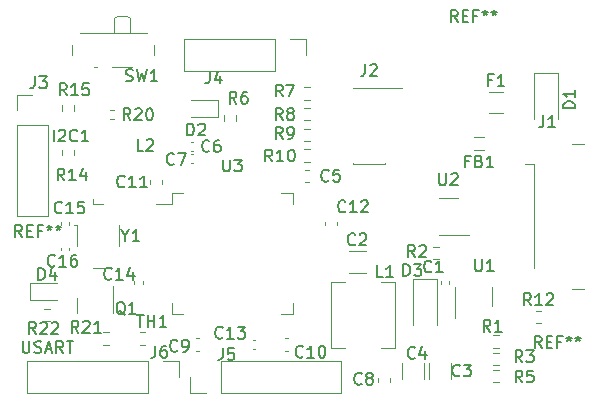
<source format=gbr>
%TF.GenerationSoftware,KiCad,Pcbnew,(6.0.6)*%
%TF.CreationDate,2022-08-05T13:26:10+02:00*%
%TF.ProjectId,stm32_basic,73746d33-325f-4626-9173-69632e6b6963,rev?*%
%TF.SameCoordinates,Original*%
%TF.FileFunction,Legend,Top*%
%TF.FilePolarity,Positive*%
%FSLAX46Y46*%
G04 Gerber Fmt 4.6, Leading zero omitted, Abs format (unit mm)*
G04 Created by KiCad (PCBNEW (6.0.6)) date 2022-08-05 13:26:10*
%MOMM*%
%LPD*%
G01*
G04 APERTURE LIST*
%ADD10C,0.150000*%
%ADD11C,0.120000*%
G04 APERTURE END LIST*
D10*
X133547619Y-96852380D02*
X133547619Y-95852380D01*
X133976190Y-95947619D02*
X134023809Y-95900000D01*
X134119047Y-95852380D01*
X134357142Y-95852380D01*
X134452380Y-95900000D01*
X134500000Y-95947619D01*
X134547619Y-96042857D01*
X134547619Y-96138095D01*
X134500000Y-96280952D01*
X133928571Y-96852380D01*
X134547619Y-96852380D01*
X135547619Y-96757142D02*
X135500000Y-96804761D01*
X135357142Y-96852380D01*
X135261904Y-96852380D01*
X135119047Y-96804761D01*
X135023809Y-96709523D01*
X134976190Y-96614285D01*
X134928571Y-96423809D01*
X134928571Y-96280952D01*
X134976190Y-96090476D01*
X135023809Y-95995238D01*
X135119047Y-95900000D01*
X135261904Y-95852380D01*
X135357142Y-95852380D01*
X135500000Y-95900000D01*
X135547619Y-95947619D01*
X136500000Y-96852380D02*
X135928571Y-96852380D01*
X136214285Y-96852380D02*
X136214285Y-95852380D01*
X136119047Y-95995238D01*
X136023809Y-96090476D01*
X135928571Y-96138095D01*
%TO.C,C9*%
X144033333Y-114557142D02*
X143985714Y-114604761D01*
X143842857Y-114652380D01*
X143747619Y-114652380D01*
X143604761Y-114604761D01*
X143509523Y-114509523D01*
X143461904Y-114414285D01*
X143414285Y-114223809D01*
X143414285Y-114080952D01*
X143461904Y-113890476D01*
X143509523Y-113795238D01*
X143604761Y-113700000D01*
X143747619Y-113652380D01*
X143842857Y-113652380D01*
X143985714Y-113700000D01*
X144033333Y-113747619D01*
X144509523Y-114652380D02*
X144700000Y-114652380D01*
X144795238Y-114604761D01*
X144842857Y-114557142D01*
X144938095Y-114414285D01*
X144985714Y-114223809D01*
X144985714Y-113842857D01*
X144938095Y-113747619D01*
X144890476Y-113700000D01*
X144795238Y-113652380D01*
X144604761Y-113652380D01*
X144509523Y-113700000D01*
X144461904Y-113747619D01*
X144414285Y-113842857D01*
X144414285Y-114080952D01*
X144461904Y-114176190D01*
X144509523Y-114223809D01*
X144604761Y-114271428D01*
X144795238Y-114271428D01*
X144890476Y-114223809D01*
X144938095Y-114176190D01*
X144985714Y-114080952D01*
%TO.C,J3*%
X131966666Y-91342380D02*
X131966666Y-92056666D01*
X131919047Y-92199523D01*
X131823809Y-92294761D01*
X131680952Y-92342380D01*
X131585714Y-92342380D01*
X132347619Y-91342380D02*
X132966666Y-91342380D01*
X132633333Y-91723333D01*
X132776190Y-91723333D01*
X132871428Y-91770952D01*
X132919047Y-91818571D01*
X132966666Y-91913809D01*
X132966666Y-92151904D01*
X132919047Y-92247142D01*
X132871428Y-92294761D01*
X132776190Y-92342380D01*
X132490476Y-92342380D01*
X132395238Y-92294761D01*
X132347619Y-92247142D01*
%TO.C,C13*%
X147857142Y-113457142D02*
X147809523Y-113504761D01*
X147666666Y-113552380D01*
X147571428Y-113552380D01*
X147428571Y-113504761D01*
X147333333Y-113409523D01*
X147285714Y-113314285D01*
X147238095Y-113123809D01*
X147238095Y-112980952D01*
X147285714Y-112790476D01*
X147333333Y-112695238D01*
X147428571Y-112600000D01*
X147571428Y-112552380D01*
X147666666Y-112552380D01*
X147809523Y-112600000D01*
X147857142Y-112647619D01*
X148809523Y-113552380D02*
X148238095Y-113552380D01*
X148523809Y-113552380D02*
X148523809Y-112552380D01*
X148428571Y-112695238D01*
X148333333Y-112790476D01*
X148238095Y-112838095D01*
X149142857Y-112552380D02*
X149761904Y-112552380D01*
X149428571Y-112933333D01*
X149571428Y-112933333D01*
X149666666Y-112980952D01*
X149714285Y-113028571D01*
X149761904Y-113123809D01*
X149761904Y-113361904D01*
X149714285Y-113457142D01*
X149666666Y-113504761D01*
X149571428Y-113552380D01*
X149285714Y-113552380D01*
X149190476Y-113504761D01*
X149142857Y-113457142D01*
%TO.C,J2*%
X159916666Y-90327380D02*
X159916666Y-91041666D01*
X159869047Y-91184523D01*
X159773809Y-91279761D01*
X159630952Y-91327380D01*
X159535714Y-91327380D01*
X160345238Y-90422619D02*
X160392857Y-90375000D01*
X160488095Y-90327380D01*
X160726190Y-90327380D01*
X160821428Y-90375000D01*
X160869047Y-90422619D01*
X160916666Y-90517857D01*
X160916666Y-90613095D01*
X160869047Y-90755952D01*
X160297619Y-91327380D01*
X160916666Y-91327380D01*
%TO.C,C7*%
X143733333Y-98757142D02*
X143685714Y-98804761D01*
X143542857Y-98852380D01*
X143447619Y-98852380D01*
X143304761Y-98804761D01*
X143209523Y-98709523D01*
X143161904Y-98614285D01*
X143114285Y-98423809D01*
X143114285Y-98280952D01*
X143161904Y-98090476D01*
X143209523Y-97995238D01*
X143304761Y-97900000D01*
X143447619Y-97852380D01*
X143542857Y-97852380D01*
X143685714Y-97900000D01*
X143733333Y-97947619D01*
X144066666Y-97852380D02*
X144733333Y-97852380D01*
X144304761Y-98852380D01*
%TO.C,J1*%
X175016666Y-94652380D02*
X175016666Y-95366666D01*
X174969047Y-95509523D01*
X174873809Y-95604761D01*
X174730952Y-95652380D01*
X174635714Y-95652380D01*
X176016666Y-95652380D02*
X175445238Y-95652380D01*
X175730952Y-95652380D02*
X175730952Y-94652380D01*
X175635714Y-94795238D01*
X175540476Y-94890476D01*
X175445238Y-94938095D01*
%TO.C,C11*%
X139557142Y-100657142D02*
X139509523Y-100704761D01*
X139366666Y-100752380D01*
X139271428Y-100752380D01*
X139128571Y-100704761D01*
X139033333Y-100609523D01*
X138985714Y-100514285D01*
X138938095Y-100323809D01*
X138938095Y-100180952D01*
X138985714Y-99990476D01*
X139033333Y-99895238D01*
X139128571Y-99800000D01*
X139271428Y-99752380D01*
X139366666Y-99752380D01*
X139509523Y-99800000D01*
X139557142Y-99847619D01*
X140509523Y-100752380D02*
X139938095Y-100752380D01*
X140223809Y-100752380D02*
X140223809Y-99752380D01*
X140128571Y-99895238D01*
X140033333Y-99990476D01*
X139938095Y-100038095D01*
X141461904Y-100752380D02*
X140890476Y-100752380D01*
X141176190Y-100752380D02*
X141176190Y-99752380D01*
X141080952Y-99895238D01*
X140985714Y-99990476D01*
X140890476Y-100038095D01*
%TO.C,C14*%
X138457142Y-108457142D02*
X138409523Y-108504761D01*
X138266666Y-108552380D01*
X138171428Y-108552380D01*
X138028571Y-108504761D01*
X137933333Y-108409523D01*
X137885714Y-108314285D01*
X137838095Y-108123809D01*
X137838095Y-107980952D01*
X137885714Y-107790476D01*
X137933333Y-107695238D01*
X138028571Y-107600000D01*
X138171428Y-107552380D01*
X138266666Y-107552380D01*
X138409523Y-107600000D01*
X138457142Y-107647619D01*
X139409523Y-108552380D02*
X138838095Y-108552380D01*
X139123809Y-108552380D02*
X139123809Y-107552380D01*
X139028571Y-107695238D01*
X138933333Y-107790476D01*
X138838095Y-107838095D01*
X140266666Y-107885714D02*
X140266666Y-108552380D01*
X140028571Y-107504761D02*
X139790476Y-108219047D01*
X140409523Y-108219047D01*
%TO.C,Q1*%
X139604761Y-111547619D02*
X139509523Y-111500000D01*
X139414285Y-111404761D01*
X139271428Y-111261904D01*
X139176190Y-111214285D01*
X139080952Y-111214285D01*
X139128571Y-111452380D02*
X139033333Y-111404761D01*
X138938095Y-111309523D01*
X138890476Y-111119047D01*
X138890476Y-110785714D01*
X138938095Y-110595238D01*
X139033333Y-110500000D01*
X139128571Y-110452380D01*
X139319047Y-110452380D01*
X139414285Y-110500000D01*
X139509523Y-110595238D01*
X139557142Y-110785714D01*
X139557142Y-111119047D01*
X139509523Y-111309523D01*
X139414285Y-111404761D01*
X139319047Y-111452380D01*
X139128571Y-111452380D01*
X140509523Y-111452380D02*
X139938095Y-111452380D01*
X140223809Y-111452380D02*
X140223809Y-110452380D01*
X140128571Y-110595238D01*
X140033333Y-110690476D01*
X139938095Y-110738095D01*
%TO.C,D1*%
X177702380Y-94038095D02*
X176702380Y-94038095D01*
X176702380Y-93800000D01*
X176750000Y-93657142D01*
X176845238Y-93561904D01*
X176940476Y-93514285D01*
X177130952Y-93466666D01*
X177273809Y-93466666D01*
X177464285Y-93514285D01*
X177559523Y-93561904D01*
X177654761Y-93657142D01*
X177702380Y-93800000D01*
X177702380Y-94038095D01*
X177702380Y-92514285D02*
X177702380Y-93085714D01*
X177702380Y-92800000D02*
X176702380Y-92800000D01*
X176845238Y-92895238D01*
X176940476Y-92990476D01*
X176988095Y-93085714D01*
%TO.C,C10*%
X154657142Y-115057142D02*
X154609523Y-115104761D01*
X154466666Y-115152380D01*
X154371428Y-115152380D01*
X154228571Y-115104761D01*
X154133333Y-115009523D01*
X154085714Y-114914285D01*
X154038095Y-114723809D01*
X154038095Y-114580952D01*
X154085714Y-114390476D01*
X154133333Y-114295238D01*
X154228571Y-114200000D01*
X154371428Y-114152380D01*
X154466666Y-114152380D01*
X154609523Y-114200000D01*
X154657142Y-114247619D01*
X155609523Y-115152380D02*
X155038095Y-115152380D01*
X155323809Y-115152380D02*
X155323809Y-114152380D01*
X155228571Y-114295238D01*
X155133333Y-114390476D01*
X155038095Y-114438095D01*
X156228571Y-114152380D02*
X156323809Y-114152380D01*
X156419047Y-114200000D01*
X156466666Y-114247619D01*
X156514285Y-114342857D01*
X156561904Y-114533333D01*
X156561904Y-114771428D01*
X156514285Y-114961904D01*
X156466666Y-115057142D01*
X156419047Y-115104761D01*
X156323809Y-115152380D01*
X156228571Y-115152380D01*
X156133333Y-115104761D01*
X156085714Y-115057142D01*
X156038095Y-114961904D01*
X155990476Y-114771428D01*
X155990476Y-114533333D01*
X156038095Y-114342857D01*
X156085714Y-114247619D01*
X156133333Y-114200000D01*
X156228571Y-114152380D01*
%TO.C,R20*%
X140057142Y-95052380D02*
X139723809Y-94576190D01*
X139485714Y-95052380D02*
X139485714Y-94052380D01*
X139866666Y-94052380D01*
X139961904Y-94100000D01*
X140009523Y-94147619D01*
X140057142Y-94242857D01*
X140057142Y-94385714D01*
X140009523Y-94480952D01*
X139961904Y-94528571D01*
X139866666Y-94576190D01*
X139485714Y-94576190D01*
X140438095Y-94147619D02*
X140485714Y-94100000D01*
X140580952Y-94052380D01*
X140819047Y-94052380D01*
X140914285Y-94100000D01*
X140961904Y-94147619D01*
X141009523Y-94242857D01*
X141009523Y-94338095D01*
X140961904Y-94480952D01*
X140390476Y-95052380D01*
X141009523Y-95052380D01*
X141628571Y-94052380D02*
X141723809Y-94052380D01*
X141819047Y-94100000D01*
X141866666Y-94147619D01*
X141914285Y-94242857D01*
X141961904Y-94433333D01*
X141961904Y-94671428D01*
X141914285Y-94861904D01*
X141866666Y-94957142D01*
X141819047Y-95004761D01*
X141723809Y-95052380D01*
X141628571Y-95052380D01*
X141533333Y-95004761D01*
X141485714Y-94957142D01*
X141438095Y-94861904D01*
X141390476Y-94671428D01*
X141390476Y-94433333D01*
X141438095Y-94242857D01*
X141485714Y-94147619D01*
X141533333Y-94100000D01*
X141628571Y-94052380D01*
%TO.C,SW1*%
X139666666Y-91704761D02*
X139809523Y-91752380D01*
X140047619Y-91752380D01*
X140142857Y-91704761D01*
X140190476Y-91657142D01*
X140238095Y-91561904D01*
X140238095Y-91466666D01*
X140190476Y-91371428D01*
X140142857Y-91323809D01*
X140047619Y-91276190D01*
X139857142Y-91228571D01*
X139761904Y-91180952D01*
X139714285Y-91133333D01*
X139666666Y-91038095D01*
X139666666Y-90942857D01*
X139714285Y-90847619D01*
X139761904Y-90800000D01*
X139857142Y-90752380D01*
X140095238Y-90752380D01*
X140238095Y-90800000D01*
X140571428Y-90752380D02*
X140809523Y-91752380D01*
X141000000Y-91038095D01*
X141190476Y-91752380D01*
X141428571Y-90752380D01*
X142333333Y-91752380D02*
X141761904Y-91752380D01*
X142047619Y-91752380D02*
X142047619Y-90752380D01*
X141952380Y-90895238D01*
X141857142Y-90990476D01*
X141761904Y-91038095D01*
%TO.C,D4*%
X132261904Y-108572380D02*
X132261904Y-107572380D01*
X132500000Y-107572380D01*
X132642857Y-107620000D01*
X132738095Y-107715238D01*
X132785714Y-107810476D01*
X132833333Y-108000952D01*
X132833333Y-108143809D01*
X132785714Y-108334285D01*
X132738095Y-108429523D01*
X132642857Y-108524761D01*
X132500000Y-108572380D01*
X132261904Y-108572380D01*
X133690476Y-107905714D02*
X133690476Y-108572380D01*
X133452380Y-107524761D02*
X133214285Y-108239047D01*
X133833333Y-108239047D01*
%TO.C,R1*%
X170533333Y-112952380D02*
X170200000Y-112476190D01*
X169961904Y-112952380D02*
X169961904Y-111952380D01*
X170342857Y-111952380D01*
X170438095Y-112000000D01*
X170485714Y-112047619D01*
X170533333Y-112142857D01*
X170533333Y-112285714D01*
X170485714Y-112380952D01*
X170438095Y-112428571D01*
X170342857Y-112476190D01*
X169961904Y-112476190D01*
X171485714Y-112952380D02*
X170914285Y-112952380D01*
X171200000Y-112952380D02*
X171200000Y-111952380D01*
X171104761Y-112095238D01*
X171009523Y-112190476D01*
X170914285Y-112238095D01*
%TO.C,R3*%
X173233333Y-115552380D02*
X172900000Y-115076190D01*
X172661904Y-115552380D02*
X172661904Y-114552380D01*
X173042857Y-114552380D01*
X173138095Y-114600000D01*
X173185714Y-114647619D01*
X173233333Y-114742857D01*
X173233333Y-114885714D01*
X173185714Y-114980952D01*
X173138095Y-115028571D01*
X173042857Y-115076190D01*
X172661904Y-115076190D01*
X173566666Y-114552380D02*
X174185714Y-114552380D01*
X173852380Y-114933333D01*
X173995238Y-114933333D01*
X174090476Y-114980952D01*
X174138095Y-115028571D01*
X174185714Y-115123809D01*
X174185714Y-115361904D01*
X174138095Y-115457142D01*
X174090476Y-115504761D01*
X173995238Y-115552380D01*
X173709523Y-115552380D01*
X173614285Y-115504761D01*
X173566666Y-115457142D01*
%TO.C,C5*%
X156833333Y-100157142D02*
X156785714Y-100204761D01*
X156642857Y-100252380D01*
X156547619Y-100252380D01*
X156404761Y-100204761D01*
X156309523Y-100109523D01*
X156261904Y-100014285D01*
X156214285Y-99823809D01*
X156214285Y-99680952D01*
X156261904Y-99490476D01*
X156309523Y-99395238D01*
X156404761Y-99300000D01*
X156547619Y-99252380D01*
X156642857Y-99252380D01*
X156785714Y-99300000D01*
X156833333Y-99347619D01*
X157738095Y-99252380D02*
X157261904Y-99252380D01*
X157214285Y-99728571D01*
X157261904Y-99680952D01*
X157357142Y-99633333D01*
X157595238Y-99633333D01*
X157690476Y-99680952D01*
X157738095Y-99728571D01*
X157785714Y-99823809D01*
X157785714Y-100061904D01*
X157738095Y-100157142D01*
X157690476Y-100204761D01*
X157595238Y-100252380D01*
X157357142Y-100252380D01*
X157261904Y-100204761D01*
X157214285Y-100157142D01*
%TO.C,TH1*%
X140614285Y-111552380D02*
X141185714Y-111552380D01*
X140900000Y-112552380D02*
X140900000Y-111552380D01*
X141519047Y-112552380D02*
X141519047Y-111552380D01*
X141519047Y-112028571D02*
X142090476Y-112028571D01*
X142090476Y-112552380D02*
X142090476Y-111552380D01*
X143090476Y-112552380D02*
X142519047Y-112552380D01*
X142804761Y-112552380D02*
X142804761Y-111552380D01*
X142709523Y-111695238D01*
X142614285Y-111790476D01*
X142519047Y-111838095D01*
%TO.C,REF\u002A\u002A*%
X130866666Y-104952380D02*
X130533333Y-104476190D01*
X130295238Y-104952380D02*
X130295238Y-103952380D01*
X130676190Y-103952380D01*
X130771428Y-104000000D01*
X130819047Y-104047619D01*
X130866666Y-104142857D01*
X130866666Y-104285714D01*
X130819047Y-104380952D01*
X130771428Y-104428571D01*
X130676190Y-104476190D01*
X130295238Y-104476190D01*
X131295238Y-104428571D02*
X131628571Y-104428571D01*
X131771428Y-104952380D02*
X131295238Y-104952380D01*
X131295238Y-103952380D01*
X131771428Y-103952380D01*
X132533333Y-104428571D02*
X132200000Y-104428571D01*
X132200000Y-104952380D02*
X132200000Y-103952380D01*
X132676190Y-103952380D01*
X133200000Y-103952380D02*
X133200000Y-104190476D01*
X132961904Y-104095238D02*
X133200000Y-104190476D01*
X133438095Y-104095238D01*
X133057142Y-104380952D02*
X133200000Y-104190476D01*
X133342857Y-104380952D01*
X133961904Y-103952380D02*
X133961904Y-104190476D01*
X133723809Y-104095238D02*
X133961904Y-104190476D01*
X134200000Y-104095238D01*
X133819047Y-104380952D02*
X133961904Y-104190476D01*
X134104761Y-104380952D01*
%TO.C,C1*%
X165533333Y-107857142D02*
X165485714Y-107904761D01*
X165342857Y-107952380D01*
X165247619Y-107952380D01*
X165104761Y-107904761D01*
X165009523Y-107809523D01*
X164961904Y-107714285D01*
X164914285Y-107523809D01*
X164914285Y-107380952D01*
X164961904Y-107190476D01*
X165009523Y-107095238D01*
X165104761Y-107000000D01*
X165247619Y-106952380D01*
X165342857Y-106952380D01*
X165485714Y-107000000D01*
X165533333Y-107047619D01*
X166485714Y-107952380D02*
X165914285Y-107952380D01*
X166200000Y-107952380D02*
X166200000Y-106952380D01*
X166104761Y-107095238D01*
X166009523Y-107190476D01*
X165914285Y-107238095D01*
%TO.C,C6*%
X146733333Y-97657142D02*
X146685714Y-97704761D01*
X146542857Y-97752380D01*
X146447619Y-97752380D01*
X146304761Y-97704761D01*
X146209523Y-97609523D01*
X146161904Y-97514285D01*
X146114285Y-97323809D01*
X146114285Y-97180952D01*
X146161904Y-96990476D01*
X146209523Y-96895238D01*
X146304761Y-96800000D01*
X146447619Y-96752380D01*
X146542857Y-96752380D01*
X146685714Y-96800000D01*
X146733333Y-96847619D01*
X147590476Y-96752380D02*
X147400000Y-96752380D01*
X147304761Y-96800000D01*
X147257142Y-96847619D01*
X147161904Y-96990476D01*
X147114285Y-97180952D01*
X147114285Y-97561904D01*
X147161904Y-97657142D01*
X147209523Y-97704761D01*
X147304761Y-97752380D01*
X147495238Y-97752380D01*
X147590476Y-97704761D01*
X147638095Y-97657142D01*
X147685714Y-97561904D01*
X147685714Y-97323809D01*
X147638095Y-97228571D01*
X147590476Y-97180952D01*
X147495238Y-97133333D01*
X147304761Y-97133333D01*
X147209523Y-97180952D01*
X147161904Y-97228571D01*
X147114285Y-97323809D01*
%TO.C,REF\u002A\u002A*%
X167766666Y-86752380D02*
X167433333Y-86276190D01*
X167195238Y-86752380D02*
X167195238Y-85752380D01*
X167576190Y-85752380D01*
X167671428Y-85800000D01*
X167719047Y-85847619D01*
X167766666Y-85942857D01*
X167766666Y-86085714D01*
X167719047Y-86180952D01*
X167671428Y-86228571D01*
X167576190Y-86276190D01*
X167195238Y-86276190D01*
X168195238Y-86228571D02*
X168528571Y-86228571D01*
X168671428Y-86752380D02*
X168195238Y-86752380D01*
X168195238Y-85752380D01*
X168671428Y-85752380D01*
X169433333Y-86228571D02*
X169100000Y-86228571D01*
X169100000Y-86752380D02*
X169100000Y-85752380D01*
X169576190Y-85752380D01*
X170100000Y-85752380D02*
X170100000Y-85990476D01*
X169861904Y-85895238D02*
X170100000Y-85990476D01*
X170338095Y-85895238D01*
X169957142Y-86180952D02*
X170100000Y-85990476D01*
X170242857Y-86180952D01*
X170861904Y-85752380D02*
X170861904Y-85990476D01*
X170623809Y-85895238D02*
X170861904Y-85990476D01*
X171100000Y-85895238D01*
X170719047Y-86180952D02*
X170861904Y-85990476D01*
X171004761Y-86180952D01*
%TO.C,R21*%
X135657142Y-113052380D02*
X135323809Y-112576190D01*
X135085714Y-113052380D02*
X135085714Y-112052380D01*
X135466666Y-112052380D01*
X135561904Y-112100000D01*
X135609523Y-112147619D01*
X135657142Y-112242857D01*
X135657142Y-112385714D01*
X135609523Y-112480952D01*
X135561904Y-112528571D01*
X135466666Y-112576190D01*
X135085714Y-112576190D01*
X136038095Y-112147619D02*
X136085714Y-112100000D01*
X136180952Y-112052380D01*
X136419047Y-112052380D01*
X136514285Y-112100000D01*
X136561904Y-112147619D01*
X136609523Y-112242857D01*
X136609523Y-112338095D01*
X136561904Y-112480952D01*
X135990476Y-113052380D01*
X136609523Y-113052380D01*
X137561904Y-113052380D02*
X136990476Y-113052380D01*
X137276190Y-113052380D02*
X137276190Y-112052380D01*
X137180952Y-112195238D01*
X137085714Y-112290476D01*
X136990476Y-112338095D01*
%TO.C,R9*%
X152933333Y-96652380D02*
X152600000Y-96176190D01*
X152361904Y-96652380D02*
X152361904Y-95652380D01*
X152742857Y-95652380D01*
X152838095Y-95700000D01*
X152885714Y-95747619D01*
X152933333Y-95842857D01*
X152933333Y-95985714D01*
X152885714Y-96080952D01*
X152838095Y-96128571D01*
X152742857Y-96176190D01*
X152361904Y-96176190D01*
X153409523Y-96652380D02*
X153600000Y-96652380D01*
X153695238Y-96604761D01*
X153742857Y-96557142D01*
X153838095Y-96414285D01*
X153885714Y-96223809D01*
X153885714Y-95842857D01*
X153838095Y-95747619D01*
X153790476Y-95700000D01*
X153695238Y-95652380D01*
X153504761Y-95652380D01*
X153409523Y-95700000D01*
X153361904Y-95747619D01*
X153314285Y-95842857D01*
X153314285Y-96080952D01*
X153361904Y-96176190D01*
X153409523Y-96223809D01*
X153504761Y-96271428D01*
X153695238Y-96271428D01*
X153790476Y-96223809D01*
X153838095Y-96176190D01*
X153885714Y-96080952D01*
%TO.C,L1*%
X161433333Y-108352380D02*
X160957142Y-108352380D01*
X160957142Y-107352380D01*
X162290476Y-108352380D02*
X161719047Y-108352380D01*
X162004761Y-108352380D02*
X162004761Y-107352380D01*
X161909523Y-107495238D01*
X161814285Y-107590476D01*
X161719047Y-107638095D01*
%TO.C,R6*%
X149033333Y-93652380D02*
X148700000Y-93176190D01*
X148461904Y-93652380D02*
X148461904Y-92652380D01*
X148842857Y-92652380D01*
X148938095Y-92700000D01*
X148985714Y-92747619D01*
X149033333Y-92842857D01*
X149033333Y-92985714D01*
X148985714Y-93080952D01*
X148938095Y-93128571D01*
X148842857Y-93176190D01*
X148461904Y-93176190D01*
X149890476Y-92652380D02*
X149700000Y-92652380D01*
X149604761Y-92700000D01*
X149557142Y-92747619D01*
X149461904Y-92890476D01*
X149414285Y-93080952D01*
X149414285Y-93461904D01*
X149461904Y-93557142D01*
X149509523Y-93604761D01*
X149604761Y-93652380D01*
X149795238Y-93652380D01*
X149890476Y-93604761D01*
X149938095Y-93557142D01*
X149985714Y-93461904D01*
X149985714Y-93223809D01*
X149938095Y-93128571D01*
X149890476Y-93080952D01*
X149795238Y-93033333D01*
X149604761Y-93033333D01*
X149509523Y-93080952D01*
X149461904Y-93128571D01*
X149414285Y-93223809D01*
%TO.C,C3*%
X167933333Y-116657142D02*
X167885714Y-116704761D01*
X167742857Y-116752380D01*
X167647619Y-116752380D01*
X167504761Y-116704761D01*
X167409523Y-116609523D01*
X167361904Y-116514285D01*
X167314285Y-116323809D01*
X167314285Y-116180952D01*
X167361904Y-115990476D01*
X167409523Y-115895238D01*
X167504761Y-115800000D01*
X167647619Y-115752380D01*
X167742857Y-115752380D01*
X167885714Y-115800000D01*
X167933333Y-115847619D01*
X168266666Y-115752380D02*
X168885714Y-115752380D01*
X168552380Y-116133333D01*
X168695238Y-116133333D01*
X168790476Y-116180952D01*
X168838095Y-116228571D01*
X168885714Y-116323809D01*
X168885714Y-116561904D01*
X168838095Y-116657142D01*
X168790476Y-116704761D01*
X168695238Y-116752380D01*
X168409523Y-116752380D01*
X168314285Y-116704761D01*
X168266666Y-116657142D01*
%TO.C,C15*%
X134257142Y-102857142D02*
X134209523Y-102904761D01*
X134066666Y-102952380D01*
X133971428Y-102952380D01*
X133828571Y-102904761D01*
X133733333Y-102809523D01*
X133685714Y-102714285D01*
X133638095Y-102523809D01*
X133638095Y-102380952D01*
X133685714Y-102190476D01*
X133733333Y-102095238D01*
X133828571Y-102000000D01*
X133971428Y-101952380D01*
X134066666Y-101952380D01*
X134209523Y-102000000D01*
X134257142Y-102047619D01*
X135209523Y-102952380D02*
X134638095Y-102952380D01*
X134923809Y-102952380D02*
X134923809Y-101952380D01*
X134828571Y-102095238D01*
X134733333Y-102190476D01*
X134638095Y-102238095D01*
X136114285Y-101952380D02*
X135638095Y-101952380D01*
X135590476Y-102428571D01*
X135638095Y-102380952D01*
X135733333Y-102333333D01*
X135971428Y-102333333D01*
X136066666Y-102380952D01*
X136114285Y-102428571D01*
X136161904Y-102523809D01*
X136161904Y-102761904D01*
X136114285Y-102857142D01*
X136066666Y-102904761D01*
X135971428Y-102952380D01*
X135733333Y-102952380D01*
X135638095Y-102904761D01*
X135590476Y-102857142D01*
%TO.C,R14*%
X134457142Y-100152380D02*
X134123809Y-99676190D01*
X133885714Y-100152380D02*
X133885714Y-99152380D01*
X134266666Y-99152380D01*
X134361904Y-99200000D01*
X134409523Y-99247619D01*
X134457142Y-99342857D01*
X134457142Y-99485714D01*
X134409523Y-99580952D01*
X134361904Y-99628571D01*
X134266666Y-99676190D01*
X133885714Y-99676190D01*
X135409523Y-100152380D02*
X134838095Y-100152380D01*
X135123809Y-100152380D02*
X135123809Y-99152380D01*
X135028571Y-99295238D01*
X134933333Y-99390476D01*
X134838095Y-99438095D01*
X136266666Y-99485714D02*
X136266666Y-100152380D01*
X136028571Y-99104761D02*
X135790476Y-99819047D01*
X136409523Y-99819047D01*
%TO.C,L2*%
X141133333Y-97652380D02*
X140657142Y-97652380D01*
X140657142Y-96652380D01*
X141419047Y-96747619D02*
X141466666Y-96700000D01*
X141561904Y-96652380D01*
X141800000Y-96652380D01*
X141895238Y-96700000D01*
X141942857Y-96747619D01*
X141990476Y-96842857D01*
X141990476Y-96938095D01*
X141942857Y-97080952D01*
X141371428Y-97652380D01*
X141990476Y-97652380D01*
%TO.C,J6*%
X142166666Y-114152380D02*
X142166666Y-114866666D01*
X142119047Y-115009523D01*
X142023809Y-115104761D01*
X141880952Y-115152380D01*
X141785714Y-115152380D01*
X143071428Y-114152380D02*
X142880952Y-114152380D01*
X142785714Y-114200000D01*
X142738095Y-114247619D01*
X142642857Y-114390476D01*
X142595238Y-114580952D01*
X142595238Y-114961904D01*
X142642857Y-115057142D01*
X142690476Y-115104761D01*
X142785714Y-115152380D01*
X142976190Y-115152380D01*
X143071428Y-115104761D01*
X143119047Y-115057142D01*
X143166666Y-114961904D01*
X143166666Y-114723809D01*
X143119047Y-114628571D01*
X143071428Y-114580952D01*
X142976190Y-114533333D01*
X142785714Y-114533333D01*
X142690476Y-114580952D01*
X142642857Y-114628571D01*
X142595238Y-114723809D01*
X130928571Y-113752380D02*
X130928571Y-114561904D01*
X130976190Y-114657142D01*
X131023809Y-114704761D01*
X131119047Y-114752380D01*
X131309523Y-114752380D01*
X131404761Y-114704761D01*
X131452380Y-114657142D01*
X131500000Y-114561904D01*
X131500000Y-113752380D01*
X131928571Y-114704761D02*
X132071428Y-114752380D01*
X132309523Y-114752380D01*
X132404761Y-114704761D01*
X132452380Y-114657142D01*
X132500000Y-114561904D01*
X132500000Y-114466666D01*
X132452380Y-114371428D01*
X132404761Y-114323809D01*
X132309523Y-114276190D01*
X132119047Y-114228571D01*
X132023809Y-114180952D01*
X131976190Y-114133333D01*
X131928571Y-114038095D01*
X131928571Y-113942857D01*
X131976190Y-113847619D01*
X132023809Y-113800000D01*
X132119047Y-113752380D01*
X132357142Y-113752380D01*
X132500000Y-113800000D01*
X132880952Y-114466666D02*
X133357142Y-114466666D01*
X132785714Y-114752380D02*
X133119047Y-113752380D01*
X133452380Y-114752380D01*
X134357142Y-114752380D02*
X134023809Y-114276190D01*
X133785714Y-114752380D02*
X133785714Y-113752380D01*
X134166666Y-113752380D01*
X134261904Y-113800000D01*
X134309523Y-113847619D01*
X134357142Y-113942857D01*
X134357142Y-114085714D01*
X134309523Y-114180952D01*
X134261904Y-114228571D01*
X134166666Y-114276190D01*
X133785714Y-114276190D01*
X134642857Y-113752380D02*
X135214285Y-113752380D01*
X134928571Y-114752380D02*
X134928571Y-113752380D01*
%TO.C,REF\u002A\u002A*%
X174866666Y-114352380D02*
X174533333Y-113876190D01*
X174295238Y-114352380D02*
X174295238Y-113352380D01*
X174676190Y-113352380D01*
X174771428Y-113400000D01*
X174819047Y-113447619D01*
X174866666Y-113542857D01*
X174866666Y-113685714D01*
X174819047Y-113780952D01*
X174771428Y-113828571D01*
X174676190Y-113876190D01*
X174295238Y-113876190D01*
X175295238Y-113828571D02*
X175628571Y-113828571D01*
X175771428Y-114352380D02*
X175295238Y-114352380D01*
X175295238Y-113352380D01*
X175771428Y-113352380D01*
X176533333Y-113828571D02*
X176200000Y-113828571D01*
X176200000Y-114352380D02*
X176200000Y-113352380D01*
X176676190Y-113352380D01*
X177200000Y-113352380D02*
X177200000Y-113590476D01*
X176961904Y-113495238D02*
X177200000Y-113590476D01*
X177438095Y-113495238D01*
X177057142Y-113780952D02*
X177200000Y-113590476D01*
X177342857Y-113780952D01*
X177961904Y-113352380D02*
X177961904Y-113590476D01*
X177723809Y-113495238D02*
X177961904Y-113590476D01*
X178200000Y-113495238D01*
X177819047Y-113780952D02*
X177961904Y-113590476D01*
X178104761Y-113780952D01*
%TO.C,C12*%
X158257142Y-102757142D02*
X158209523Y-102804761D01*
X158066666Y-102852380D01*
X157971428Y-102852380D01*
X157828571Y-102804761D01*
X157733333Y-102709523D01*
X157685714Y-102614285D01*
X157638095Y-102423809D01*
X157638095Y-102280952D01*
X157685714Y-102090476D01*
X157733333Y-101995238D01*
X157828571Y-101900000D01*
X157971428Y-101852380D01*
X158066666Y-101852380D01*
X158209523Y-101900000D01*
X158257142Y-101947619D01*
X159209523Y-102852380D02*
X158638095Y-102852380D01*
X158923809Y-102852380D02*
X158923809Y-101852380D01*
X158828571Y-101995238D01*
X158733333Y-102090476D01*
X158638095Y-102138095D01*
X159590476Y-101947619D02*
X159638095Y-101900000D01*
X159733333Y-101852380D01*
X159971428Y-101852380D01*
X160066666Y-101900000D01*
X160114285Y-101947619D01*
X160161904Y-102042857D01*
X160161904Y-102138095D01*
X160114285Y-102280952D01*
X159542857Y-102852380D01*
X160161904Y-102852380D01*
%TO.C,Y1*%
X139623809Y-104826190D02*
X139623809Y-105302380D01*
X139290476Y-104302380D02*
X139623809Y-104826190D01*
X139957142Y-104302380D01*
X140814285Y-105302380D02*
X140242857Y-105302380D01*
X140528571Y-105302380D02*
X140528571Y-104302380D01*
X140433333Y-104445238D01*
X140338095Y-104540476D01*
X140242857Y-104588095D01*
%TO.C,R5*%
X173233333Y-117252380D02*
X172900000Y-116776190D01*
X172661904Y-117252380D02*
X172661904Y-116252380D01*
X173042857Y-116252380D01*
X173138095Y-116300000D01*
X173185714Y-116347619D01*
X173233333Y-116442857D01*
X173233333Y-116585714D01*
X173185714Y-116680952D01*
X173138095Y-116728571D01*
X173042857Y-116776190D01*
X172661904Y-116776190D01*
X174138095Y-116252380D02*
X173661904Y-116252380D01*
X173614285Y-116728571D01*
X173661904Y-116680952D01*
X173757142Y-116633333D01*
X173995238Y-116633333D01*
X174090476Y-116680952D01*
X174138095Y-116728571D01*
X174185714Y-116823809D01*
X174185714Y-117061904D01*
X174138095Y-117157142D01*
X174090476Y-117204761D01*
X173995238Y-117252380D01*
X173757142Y-117252380D01*
X173661904Y-117204761D01*
X173614285Y-117157142D01*
%TO.C,C2*%
X159083333Y-105557142D02*
X159035714Y-105604761D01*
X158892857Y-105652380D01*
X158797619Y-105652380D01*
X158654761Y-105604761D01*
X158559523Y-105509523D01*
X158511904Y-105414285D01*
X158464285Y-105223809D01*
X158464285Y-105080952D01*
X158511904Y-104890476D01*
X158559523Y-104795238D01*
X158654761Y-104700000D01*
X158797619Y-104652380D01*
X158892857Y-104652380D01*
X159035714Y-104700000D01*
X159083333Y-104747619D01*
X159464285Y-104747619D02*
X159511904Y-104700000D01*
X159607142Y-104652380D01*
X159845238Y-104652380D01*
X159940476Y-104700000D01*
X159988095Y-104747619D01*
X160035714Y-104842857D01*
X160035714Y-104938095D01*
X159988095Y-105080952D01*
X159416666Y-105652380D01*
X160035714Y-105652380D01*
%TO.C,U3*%
X147906294Y-98402380D02*
X147906294Y-99211904D01*
X147953913Y-99307142D01*
X148001532Y-99354761D01*
X148096770Y-99402380D01*
X148287246Y-99402380D01*
X148382484Y-99354761D01*
X148430103Y-99307142D01*
X148477722Y-99211904D01*
X148477722Y-98402380D01*
X148858675Y-98402380D02*
X149477722Y-98402380D01*
X149144389Y-98783333D01*
X149287246Y-98783333D01*
X149382484Y-98830952D01*
X149430103Y-98878571D01*
X149477722Y-98973809D01*
X149477722Y-99211904D01*
X149430103Y-99307142D01*
X149382484Y-99354761D01*
X149287246Y-99402380D01*
X149001532Y-99402380D01*
X148906294Y-99354761D01*
X148858675Y-99307142D01*
%TO.C,R22*%
X132057142Y-113152380D02*
X131723809Y-112676190D01*
X131485714Y-113152380D02*
X131485714Y-112152380D01*
X131866666Y-112152380D01*
X131961904Y-112200000D01*
X132009523Y-112247619D01*
X132057142Y-112342857D01*
X132057142Y-112485714D01*
X132009523Y-112580952D01*
X131961904Y-112628571D01*
X131866666Y-112676190D01*
X131485714Y-112676190D01*
X132438095Y-112247619D02*
X132485714Y-112200000D01*
X132580952Y-112152380D01*
X132819047Y-112152380D01*
X132914285Y-112200000D01*
X132961904Y-112247619D01*
X133009523Y-112342857D01*
X133009523Y-112438095D01*
X132961904Y-112580952D01*
X132390476Y-113152380D01*
X133009523Y-113152380D01*
X133390476Y-112247619D02*
X133438095Y-112200000D01*
X133533333Y-112152380D01*
X133771428Y-112152380D01*
X133866666Y-112200000D01*
X133914285Y-112247619D01*
X133961904Y-112342857D01*
X133961904Y-112438095D01*
X133914285Y-112580952D01*
X133342857Y-113152380D01*
X133961904Y-113152380D01*
%TO.C,J5*%
X147866666Y-114352380D02*
X147866666Y-115066666D01*
X147819047Y-115209523D01*
X147723809Y-115304761D01*
X147580952Y-115352380D01*
X147485714Y-115352380D01*
X148819047Y-114352380D02*
X148342857Y-114352380D01*
X148295238Y-114828571D01*
X148342857Y-114780952D01*
X148438095Y-114733333D01*
X148676190Y-114733333D01*
X148771428Y-114780952D01*
X148819047Y-114828571D01*
X148866666Y-114923809D01*
X148866666Y-115161904D01*
X148819047Y-115257142D01*
X148771428Y-115304761D01*
X148676190Y-115352380D01*
X148438095Y-115352380D01*
X148342857Y-115304761D01*
X148295238Y-115257142D01*
%TO.C,R2*%
X164133333Y-106652380D02*
X163800000Y-106176190D01*
X163561904Y-106652380D02*
X163561904Y-105652380D01*
X163942857Y-105652380D01*
X164038095Y-105700000D01*
X164085714Y-105747619D01*
X164133333Y-105842857D01*
X164133333Y-105985714D01*
X164085714Y-106080952D01*
X164038095Y-106128571D01*
X163942857Y-106176190D01*
X163561904Y-106176190D01*
X164514285Y-105747619D02*
X164561904Y-105700000D01*
X164657142Y-105652380D01*
X164895238Y-105652380D01*
X164990476Y-105700000D01*
X165038095Y-105747619D01*
X165085714Y-105842857D01*
X165085714Y-105938095D01*
X165038095Y-106080952D01*
X164466666Y-106652380D01*
X165085714Y-106652380D01*
%TO.C,FB1*%
X168729166Y-98528571D02*
X168395833Y-98528571D01*
X168395833Y-99052380D02*
X168395833Y-98052380D01*
X168872023Y-98052380D01*
X169586309Y-98528571D02*
X169729166Y-98576190D01*
X169776785Y-98623809D01*
X169824404Y-98719047D01*
X169824404Y-98861904D01*
X169776785Y-98957142D01*
X169729166Y-99004761D01*
X169633928Y-99052380D01*
X169252976Y-99052380D01*
X169252976Y-98052380D01*
X169586309Y-98052380D01*
X169681547Y-98100000D01*
X169729166Y-98147619D01*
X169776785Y-98242857D01*
X169776785Y-98338095D01*
X169729166Y-98433333D01*
X169681547Y-98480952D01*
X169586309Y-98528571D01*
X169252976Y-98528571D01*
X170776785Y-99052380D02*
X170205357Y-99052380D01*
X170491071Y-99052380D02*
X170491071Y-98052380D01*
X170395833Y-98195238D01*
X170300595Y-98290476D01*
X170205357Y-98338095D01*
%TO.C,R10*%
X152057142Y-98552380D02*
X151723809Y-98076190D01*
X151485714Y-98552380D02*
X151485714Y-97552380D01*
X151866666Y-97552380D01*
X151961904Y-97600000D01*
X152009523Y-97647619D01*
X152057142Y-97742857D01*
X152057142Y-97885714D01*
X152009523Y-97980952D01*
X151961904Y-98028571D01*
X151866666Y-98076190D01*
X151485714Y-98076190D01*
X153009523Y-98552380D02*
X152438095Y-98552380D01*
X152723809Y-98552380D02*
X152723809Y-97552380D01*
X152628571Y-97695238D01*
X152533333Y-97790476D01*
X152438095Y-97838095D01*
X153628571Y-97552380D02*
X153723809Y-97552380D01*
X153819047Y-97600000D01*
X153866666Y-97647619D01*
X153914285Y-97742857D01*
X153961904Y-97933333D01*
X153961904Y-98171428D01*
X153914285Y-98361904D01*
X153866666Y-98457142D01*
X153819047Y-98504761D01*
X153723809Y-98552380D01*
X153628571Y-98552380D01*
X153533333Y-98504761D01*
X153485714Y-98457142D01*
X153438095Y-98361904D01*
X153390476Y-98171428D01*
X153390476Y-97933333D01*
X153438095Y-97742857D01*
X153485714Y-97647619D01*
X153533333Y-97600000D01*
X153628571Y-97552380D01*
%TO.C,R7*%
X152933333Y-93052380D02*
X152600000Y-92576190D01*
X152361904Y-93052380D02*
X152361904Y-92052380D01*
X152742857Y-92052380D01*
X152838095Y-92100000D01*
X152885714Y-92147619D01*
X152933333Y-92242857D01*
X152933333Y-92385714D01*
X152885714Y-92480952D01*
X152838095Y-92528571D01*
X152742857Y-92576190D01*
X152361904Y-92576190D01*
X153266666Y-92052380D02*
X153933333Y-92052380D01*
X153504761Y-93052380D01*
%TO.C,F1*%
X170666666Y-91658571D02*
X170333333Y-91658571D01*
X170333333Y-92182380D02*
X170333333Y-91182380D01*
X170809523Y-91182380D01*
X171714285Y-92182380D02*
X171142857Y-92182380D01*
X171428571Y-92182380D02*
X171428571Y-91182380D01*
X171333333Y-91325238D01*
X171238095Y-91420476D01*
X171142857Y-91468095D01*
%TO.C,R15*%
X134657142Y-92952380D02*
X134323809Y-92476190D01*
X134085714Y-92952380D02*
X134085714Y-91952380D01*
X134466666Y-91952380D01*
X134561904Y-92000000D01*
X134609523Y-92047619D01*
X134657142Y-92142857D01*
X134657142Y-92285714D01*
X134609523Y-92380952D01*
X134561904Y-92428571D01*
X134466666Y-92476190D01*
X134085714Y-92476190D01*
X135609523Y-92952380D02*
X135038095Y-92952380D01*
X135323809Y-92952380D02*
X135323809Y-91952380D01*
X135228571Y-92095238D01*
X135133333Y-92190476D01*
X135038095Y-92238095D01*
X136514285Y-91952380D02*
X136038095Y-91952380D01*
X135990476Y-92428571D01*
X136038095Y-92380952D01*
X136133333Y-92333333D01*
X136371428Y-92333333D01*
X136466666Y-92380952D01*
X136514285Y-92428571D01*
X136561904Y-92523809D01*
X136561904Y-92761904D01*
X136514285Y-92857142D01*
X136466666Y-92904761D01*
X136371428Y-92952380D01*
X136133333Y-92952380D01*
X136038095Y-92904761D01*
X135990476Y-92857142D01*
%TO.C,C8*%
X159633333Y-117357142D02*
X159585714Y-117404761D01*
X159442857Y-117452380D01*
X159347619Y-117452380D01*
X159204761Y-117404761D01*
X159109523Y-117309523D01*
X159061904Y-117214285D01*
X159014285Y-117023809D01*
X159014285Y-116880952D01*
X159061904Y-116690476D01*
X159109523Y-116595238D01*
X159204761Y-116500000D01*
X159347619Y-116452380D01*
X159442857Y-116452380D01*
X159585714Y-116500000D01*
X159633333Y-116547619D01*
X160204761Y-116880952D02*
X160109523Y-116833333D01*
X160061904Y-116785714D01*
X160014285Y-116690476D01*
X160014285Y-116642857D01*
X160061904Y-116547619D01*
X160109523Y-116500000D01*
X160204761Y-116452380D01*
X160395238Y-116452380D01*
X160490476Y-116500000D01*
X160538095Y-116547619D01*
X160585714Y-116642857D01*
X160585714Y-116690476D01*
X160538095Y-116785714D01*
X160490476Y-116833333D01*
X160395238Y-116880952D01*
X160204761Y-116880952D01*
X160109523Y-116928571D01*
X160061904Y-116976190D01*
X160014285Y-117071428D01*
X160014285Y-117261904D01*
X160061904Y-117357142D01*
X160109523Y-117404761D01*
X160204761Y-117452380D01*
X160395238Y-117452380D01*
X160490476Y-117404761D01*
X160538095Y-117357142D01*
X160585714Y-117261904D01*
X160585714Y-117071428D01*
X160538095Y-116976190D01*
X160490476Y-116928571D01*
X160395238Y-116880952D01*
%TO.C,D3*%
X163161904Y-108252380D02*
X163161904Y-107252380D01*
X163400000Y-107252380D01*
X163542857Y-107300000D01*
X163638095Y-107395238D01*
X163685714Y-107490476D01*
X163733333Y-107680952D01*
X163733333Y-107823809D01*
X163685714Y-108014285D01*
X163638095Y-108109523D01*
X163542857Y-108204761D01*
X163400000Y-108252380D01*
X163161904Y-108252380D01*
X164066666Y-107252380D02*
X164685714Y-107252380D01*
X164352380Y-107633333D01*
X164495238Y-107633333D01*
X164590476Y-107680952D01*
X164638095Y-107728571D01*
X164685714Y-107823809D01*
X164685714Y-108061904D01*
X164638095Y-108157142D01*
X164590476Y-108204761D01*
X164495238Y-108252380D01*
X164209523Y-108252380D01*
X164114285Y-108204761D01*
X164066666Y-108157142D01*
%TO.C,R12*%
X173957142Y-110722380D02*
X173623809Y-110246190D01*
X173385714Y-110722380D02*
X173385714Y-109722380D01*
X173766666Y-109722380D01*
X173861904Y-109770000D01*
X173909523Y-109817619D01*
X173957142Y-109912857D01*
X173957142Y-110055714D01*
X173909523Y-110150952D01*
X173861904Y-110198571D01*
X173766666Y-110246190D01*
X173385714Y-110246190D01*
X174909523Y-110722380D02*
X174338095Y-110722380D01*
X174623809Y-110722380D02*
X174623809Y-109722380D01*
X174528571Y-109865238D01*
X174433333Y-109960476D01*
X174338095Y-110008095D01*
X175290476Y-109817619D02*
X175338095Y-109770000D01*
X175433333Y-109722380D01*
X175671428Y-109722380D01*
X175766666Y-109770000D01*
X175814285Y-109817619D01*
X175861904Y-109912857D01*
X175861904Y-110008095D01*
X175814285Y-110150952D01*
X175242857Y-110722380D01*
X175861904Y-110722380D01*
%TO.C,U1*%
X169238095Y-106852380D02*
X169238095Y-107661904D01*
X169285714Y-107757142D01*
X169333333Y-107804761D01*
X169428571Y-107852380D01*
X169619047Y-107852380D01*
X169714285Y-107804761D01*
X169761904Y-107757142D01*
X169809523Y-107661904D01*
X169809523Y-106852380D01*
X170809523Y-107852380D02*
X170238095Y-107852380D01*
X170523809Y-107852380D02*
X170523809Y-106852380D01*
X170428571Y-106995238D01*
X170333333Y-107090476D01*
X170238095Y-107138095D01*
%TO.C,D2*%
X144861904Y-96352380D02*
X144861904Y-95352380D01*
X145100000Y-95352380D01*
X145242857Y-95400000D01*
X145338095Y-95495238D01*
X145385714Y-95590476D01*
X145433333Y-95780952D01*
X145433333Y-95923809D01*
X145385714Y-96114285D01*
X145338095Y-96209523D01*
X145242857Y-96304761D01*
X145100000Y-96352380D01*
X144861904Y-96352380D01*
X145814285Y-95447619D02*
X145861904Y-95400000D01*
X145957142Y-95352380D01*
X146195238Y-95352380D01*
X146290476Y-95400000D01*
X146338095Y-95447619D01*
X146385714Y-95542857D01*
X146385714Y-95638095D01*
X146338095Y-95780952D01*
X145766666Y-96352380D01*
X146385714Y-96352380D01*
%TO.C,R8*%
X152933333Y-95052380D02*
X152600000Y-94576190D01*
X152361904Y-95052380D02*
X152361904Y-94052380D01*
X152742857Y-94052380D01*
X152838095Y-94100000D01*
X152885714Y-94147619D01*
X152933333Y-94242857D01*
X152933333Y-94385714D01*
X152885714Y-94480952D01*
X152838095Y-94528571D01*
X152742857Y-94576190D01*
X152361904Y-94576190D01*
X153504761Y-94480952D02*
X153409523Y-94433333D01*
X153361904Y-94385714D01*
X153314285Y-94290476D01*
X153314285Y-94242857D01*
X153361904Y-94147619D01*
X153409523Y-94100000D01*
X153504761Y-94052380D01*
X153695238Y-94052380D01*
X153790476Y-94100000D01*
X153838095Y-94147619D01*
X153885714Y-94242857D01*
X153885714Y-94290476D01*
X153838095Y-94385714D01*
X153790476Y-94433333D01*
X153695238Y-94480952D01*
X153504761Y-94480952D01*
X153409523Y-94528571D01*
X153361904Y-94576190D01*
X153314285Y-94671428D01*
X153314285Y-94861904D01*
X153361904Y-94957142D01*
X153409523Y-95004761D01*
X153504761Y-95052380D01*
X153695238Y-95052380D01*
X153790476Y-95004761D01*
X153838095Y-94957142D01*
X153885714Y-94861904D01*
X153885714Y-94671428D01*
X153838095Y-94576190D01*
X153790476Y-94528571D01*
X153695238Y-94480952D01*
%TO.C,C4*%
X164133333Y-115157142D02*
X164085714Y-115204761D01*
X163942857Y-115252380D01*
X163847619Y-115252380D01*
X163704761Y-115204761D01*
X163609523Y-115109523D01*
X163561904Y-115014285D01*
X163514285Y-114823809D01*
X163514285Y-114680952D01*
X163561904Y-114490476D01*
X163609523Y-114395238D01*
X163704761Y-114300000D01*
X163847619Y-114252380D01*
X163942857Y-114252380D01*
X164085714Y-114300000D01*
X164133333Y-114347619D01*
X164990476Y-114585714D02*
X164990476Y-115252380D01*
X164752380Y-114204761D02*
X164514285Y-114919047D01*
X165133333Y-114919047D01*
%TO.C,C16*%
X133657142Y-107357142D02*
X133609523Y-107404761D01*
X133466666Y-107452380D01*
X133371428Y-107452380D01*
X133228571Y-107404761D01*
X133133333Y-107309523D01*
X133085714Y-107214285D01*
X133038095Y-107023809D01*
X133038095Y-106880952D01*
X133085714Y-106690476D01*
X133133333Y-106595238D01*
X133228571Y-106500000D01*
X133371428Y-106452380D01*
X133466666Y-106452380D01*
X133609523Y-106500000D01*
X133657142Y-106547619D01*
X134609523Y-107452380D02*
X134038095Y-107452380D01*
X134323809Y-107452380D02*
X134323809Y-106452380D01*
X134228571Y-106595238D01*
X134133333Y-106690476D01*
X134038095Y-106738095D01*
X135466666Y-106452380D02*
X135276190Y-106452380D01*
X135180952Y-106500000D01*
X135133333Y-106547619D01*
X135038095Y-106690476D01*
X134990476Y-106880952D01*
X134990476Y-107261904D01*
X135038095Y-107357142D01*
X135085714Y-107404761D01*
X135180952Y-107452380D01*
X135371428Y-107452380D01*
X135466666Y-107404761D01*
X135514285Y-107357142D01*
X135561904Y-107261904D01*
X135561904Y-107023809D01*
X135514285Y-106928571D01*
X135466666Y-106880952D01*
X135371428Y-106833333D01*
X135180952Y-106833333D01*
X135085714Y-106880952D01*
X135038095Y-106928571D01*
X134990476Y-107023809D01*
%TO.C,U2*%
X166200595Y-99552380D02*
X166200595Y-100361904D01*
X166248214Y-100457142D01*
X166295833Y-100504761D01*
X166391071Y-100552380D01*
X166581547Y-100552380D01*
X166676785Y-100504761D01*
X166724404Y-100457142D01*
X166772023Y-100361904D01*
X166772023Y-99552380D01*
X167200595Y-99647619D02*
X167248214Y-99600000D01*
X167343452Y-99552380D01*
X167581547Y-99552380D01*
X167676785Y-99600000D01*
X167724404Y-99647619D01*
X167772023Y-99742857D01*
X167772023Y-99838095D01*
X167724404Y-99980952D01*
X167152976Y-100552380D01*
X167772023Y-100552380D01*
%TO.C,J4*%
X146766666Y-90952380D02*
X146766666Y-91666666D01*
X146719047Y-91809523D01*
X146623809Y-91904761D01*
X146480952Y-91952380D01*
X146385714Y-91952380D01*
X147671428Y-91285714D02*
X147671428Y-91952380D01*
X147433333Y-90904761D02*
X147195238Y-91619047D01*
X147814285Y-91619047D01*
D11*
%TO.C,C9*%
X145865580Y-113540000D02*
X145584420Y-113540000D01*
X145865580Y-114560000D02*
X145584420Y-114560000D01*
%TO.C,J3*%
X130420000Y-92890000D02*
X131750000Y-92890000D01*
X130420000Y-103170000D02*
X133080000Y-103170000D01*
X130420000Y-94220000D02*
X130420000Y-92890000D01*
X133080000Y-95490000D02*
X133080000Y-103170000D01*
X130420000Y-95490000D02*
X130420000Y-103170000D01*
X130420000Y-95490000D02*
X133080000Y-95490000D01*
%TO.C,C13*%
X150607836Y-113690000D02*
X150392164Y-113690000D01*
X150607836Y-114410000D02*
X150392164Y-114410000D01*
%TO.C,J2*%
X158920000Y-98785000D02*
X161580000Y-98785000D01*
X158920000Y-92315000D02*
X158920000Y-92375000D01*
X161580000Y-92375000D02*
X163040000Y-92375000D01*
X158920000Y-92315000D02*
X161580000Y-92315000D01*
X161580000Y-92315000D02*
X161580000Y-92375000D01*
X161580000Y-98725000D02*
X161580000Y-98785000D01*
X158920000Y-98725000D02*
X158920000Y-98785000D01*
%TO.C,C7*%
X145142164Y-97940000D02*
X145357836Y-97940000D01*
X145142164Y-98660000D02*
X145357836Y-98660000D01*
%TO.C,J1*%
X174230000Y-98800000D02*
X174230000Y-107600000D01*
X177400000Y-97055000D02*
X178450000Y-97055000D01*
X177400000Y-109345000D02*
X178450000Y-109345000D01*
X174230000Y-98800000D02*
X173475000Y-98800000D01*
%TO.C,C11*%
X141740000Y-100440580D02*
X141740000Y-100159420D01*
X142760000Y-100440580D02*
X142760000Y-100159420D01*
%TO.C,C14*%
X140390000Y-108907836D02*
X140390000Y-108692164D01*
X141110000Y-108907836D02*
X141110000Y-108692164D01*
%TO.C,Q1*%
X135490000Y-110737500D02*
X135490000Y-110087500D01*
X135490000Y-110737500D02*
X135490000Y-111387500D01*
X138610000Y-110737500D02*
X138610000Y-111387500D01*
X138610000Y-110737500D02*
X138610000Y-109062500D01*
%TO.C,D1*%
X176250000Y-91050000D02*
X176250000Y-94950000D01*
X174250000Y-91050000D02*
X174250000Y-94950000D01*
X176250000Y-91050000D02*
X174250000Y-91050000D01*
%TO.C,C10*%
X153415580Y-113540000D02*
X153134420Y-113540000D01*
X153415580Y-114560000D02*
X153134420Y-114560000D01*
%TO.C,R20*%
X138336359Y-94930000D02*
X138643641Y-94930000D01*
X138336359Y-94170000D02*
X138643641Y-94170000D01*
%TO.C,SW1*%
X140200000Y-90550000D02*
X138500000Y-90550000D01*
X139800000Y-86200000D02*
X138900000Y-86200000D01*
X138700000Y-86410000D02*
X138900000Y-86200000D01*
X140000000Y-87700000D02*
X140000000Y-86410000D01*
X140000000Y-86410000D02*
X139800000Y-86200000D01*
X137200000Y-90550000D02*
X137000000Y-90550000D01*
X135150000Y-88710000D02*
X135150000Y-89500000D01*
X142050000Y-89500000D02*
X142050000Y-88710000D01*
X141450000Y-87700000D02*
X135750000Y-87700000D01*
X138700000Y-86410000D02*
X138700000Y-87700000D01*
%TO.C,D4*%
X131515000Y-108815000D02*
X131515000Y-110285000D01*
X133800000Y-108815000D02*
X131515000Y-108815000D01*
X131515000Y-110285000D02*
X133800000Y-110285000D01*
%TO.C,R1*%
X170762742Y-114322500D02*
X171237258Y-114322500D01*
X170762742Y-113277500D02*
X171237258Y-113277500D01*
%TO.C,R3*%
X171237258Y-115822500D02*
X170762742Y-115822500D01*
X171237258Y-114777500D02*
X170762742Y-114777500D01*
%TO.C,C5*%
X155140580Y-99290000D02*
X154859420Y-99290000D01*
X155140580Y-100310000D02*
X154859420Y-100310000D01*
%TO.C,TH1*%
X141312258Y-114072500D02*
X140837742Y-114072500D01*
X141312258Y-113027500D02*
X140837742Y-113027500D01*
%TO.C,C1*%
X166340000Y-108907836D02*
X166340000Y-108692164D01*
X167060000Y-108907836D02*
X167060000Y-108692164D01*
%TO.C,C6*%
X145142164Y-96940000D02*
X145357836Y-96940000D01*
X145142164Y-97660000D02*
X145357836Y-97660000D01*
%TO.C,R21*%
X138237258Y-113027500D02*
X137762742Y-113027500D01*
X138237258Y-114072500D02*
X137762742Y-114072500D01*
%TO.C,R9*%
X154762742Y-95777500D02*
X155237258Y-95777500D01*
X154762742Y-96822500D02*
X155237258Y-96822500D01*
%TO.C,L1*%
X162450000Y-108750000D02*
X161300000Y-108750000D01*
X162450000Y-108750000D02*
X162450000Y-114350000D01*
X162450000Y-114350000D02*
X161300000Y-114350000D01*
X157050000Y-108750000D02*
X157050000Y-114350000D01*
X157050000Y-114350000D02*
X158200000Y-114350000D01*
X157050000Y-108750000D02*
X158200000Y-108750000D01*
%TO.C,R6*%
X149022500Y-94637742D02*
X149022500Y-95112258D01*
X147977500Y-94637742D02*
X147977500Y-95112258D01*
%TO.C,C3*%
X165340000Y-117011252D02*
X165340000Y-115588748D01*
X167160000Y-117011252D02*
X167160000Y-115588748D01*
%TO.C,C15*%
X134140000Y-103927836D02*
X134140000Y-103712164D01*
X134860000Y-103927836D02*
X134860000Y-103712164D01*
%TO.C,R14*%
X134227500Y-98037258D02*
X134227500Y-97562742D01*
X135272500Y-98037258D02*
X135272500Y-97562742D01*
%TO.C,J6*%
X131335000Y-115470000D02*
X131335000Y-118130000D01*
X141555000Y-115470000D02*
X131335000Y-115470000D01*
X141555000Y-118130000D02*
X131335000Y-118130000D01*
X142825000Y-115470000D02*
X144155000Y-115470000D01*
X144155000Y-115470000D02*
X144155000Y-116800000D01*
X141555000Y-115470000D02*
X141555000Y-118130000D01*
%TO.C,C12*%
X156490000Y-103684420D02*
X156490000Y-103965580D01*
X157510000Y-103684420D02*
X157510000Y-103965580D01*
%TO.C,Y1*%
X135500000Y-105750000D02*
X135500000Y-103950000D01*
X136900000Y-101750000D02*
X136900000Y-102150000D01*
X135500000Y-103950000D02*
X135260000Y-103950000D01*
X137700000Y-107550000D02*
X136900000Y-107550000D01*
X139100000Y-103950000D02*
X139100000Y-105750000D01*
X136900000Y-102150000D02*
X137700000Y-102150000D01*
%TO.C,R5*%
X170762742Y-116177500D02*
X171237258Y-116177500D01*
X170762742Y-117222500D02*
X171237258Y-117222500D01*
%TO.C,C2*%
X158538748Y-107960000D02*
X159961252Y-107960000D01*
X158538748Y-106140000D02*
X159961252Y-106140000D01*
%TO.C,U3*%
X144508199Y-111460000D02*
X143558199Y-111460000D01*
X153778199Y-101240000D02*
X153778199Y-102190000D01*
X144508199Y-101240000D02*
X143558199Y-101240000D01*
X152828199Y-101240000D02*
X153778199Y-101240000D01*
X143558199Y-101240000D02*
X143558199Y-102190000D01*
X153778199Y-111460000D02*
X153778199Y-110510000D01*
X152828199Y-111460000D02*
X153778199Y-111460000D01*
X143558199Y-102190000D02*
X142218199Y-102190000D01*
X143558199Y-111460000D02*
X143558199Y-110510000D01*
%TO.C,R22*%
X132762742Y-112072500D02*
X133237258Y-112072500D01*
X132762742Y-111027500D02*
X133237258Y-111027500D01*
%TO.C,J5*%
X147695000Y-118130000D02*
X157915000Y-118130000D01*
X147695000Y-118130000D02*
X147695000Y-115470000D01*
X145095000Y-118130000D02*
X145095000Y-116800000D01*
X146425000Y-118130000D02*
X145095000Y-118130000D01*
X147695000Y-115470000D02*
X157915000Y-115470000D01*
X157915000Y-118130000D02*
X157915000Y-115470000D01*
%TO.C,R2*%
X166162258Y-106822500D02*
X165687742Y-106822500D01*
X166162258Y-105777500D02*
X165687742Y-105777500D01*
%TO.C,FB1*%
X169962122Y-96490000D02*
X169162878Y-96490000D01*
X169962122Y-97610000D02*
X169162878Y-97610000D01*
%TO.C,R10*%
X154762742Y-98572500D02*
X155237258Y-98572500D01*
X154762742Y-97527500D02*
X155237258Y-97527500D01*
%TO.C,R7*%
X154762742Y-93322500D02*
X155237258Y-93322500D01*
X154762742Y-92277500D02*
X155237258Y-92277500D01*
%TO.C,F1*%
X170397936Y-94460000D02*
X171602064Y-94460000D01*
X170397936Y-92640000D02*
X171602064Y-92640000D01*
%TO.C,R15*%
X134227500Y-93812742D02*
X134227500Y-94287258D01*
X135272500Y-93812742D02*
X135272500Y-94287258D01*
%TO.C,C8*%
X162010000Y-116909420D02*
X162010000Y-117190580D01*
X160990000Y-116909420D02*
X160990000Y-117190580D01*
%TO.C,D3*%
X164000000Y-108525000D02*
X164000000Y-112425000D01*
X166000000Y-108525000D02*
X166000000Y-112425000D01*
X166000000Y-108525000D02*
X164000000Y-108525000D01*
%TO.C,R12*%
X174362742Y-112222500D02*
X174837258Y-112222500D01*
X174362742Y-111177500D02*
X174837258Y-111177500D01*
%TO.C,U1*%
X167540000Y-110000000D02*
X167540000Y-111800000D01*
X170660000Y-110000000D02*
X170660000Y-110800000D01*
X167540000Y-110000000D02*
X167540000Y-109200000D01*
X170660000Y-110000000D02*
X170660000Y-109200000D01*
%TO.C,D2*%
X145200000Y-94785000D02*
X147485000Y-94785000D01*
X147485000Y-93315000D02*
X145200000Y-93315000D01*
X147485000Y-94785000D02*
X147485000Y-93315000D01*
%TO.C,R8*%
X154762742Y-95072500D02*
X155237258Y-95072500D01*
X154762742Y-94027500D02*
X155237258Y-94027500D01*
%TO.C,C4*%
X164910000Y-117011252D02*
X164910000Y-115588748D01*
X163090000Y-117011252D02*
X163090000Y-115588748D01*
%TO.C,C16*%
X134860000Y-105872164D02*
X134860000Y-106087836D01*
X134140000Y-105872164D02*
X134140000Y-106087836D01*
%TO.C,U2*%
X166962500Y-104760000D02*
X166162500Y-104760000D01*
X166962500Y-104760000D02*
X168762500Y-104760000D01*
X166962500Y-101640000D02*
X166162500Y-101640000D01*
X166962500Y-101640000D02*
X167762500Y-101640000D01*
%TO.C,J4*%
X144600000Y-88220000D02*
X144600000Y-90880000D01*
X154880000Y-88220000D02*
X154880000Y-89550000D01*
X152280000Y-88220000D02*
X144600000Y-88220000D01*
X153550000Y-88220000D02*
X154880000Y-88220000D01*
X152280000Y-88220000D02*
X152280000Y-90880000D01*
X152280000Y-90880000D02*
X144600000Y-90880000D01*
%TD*%
M02*

</source>
